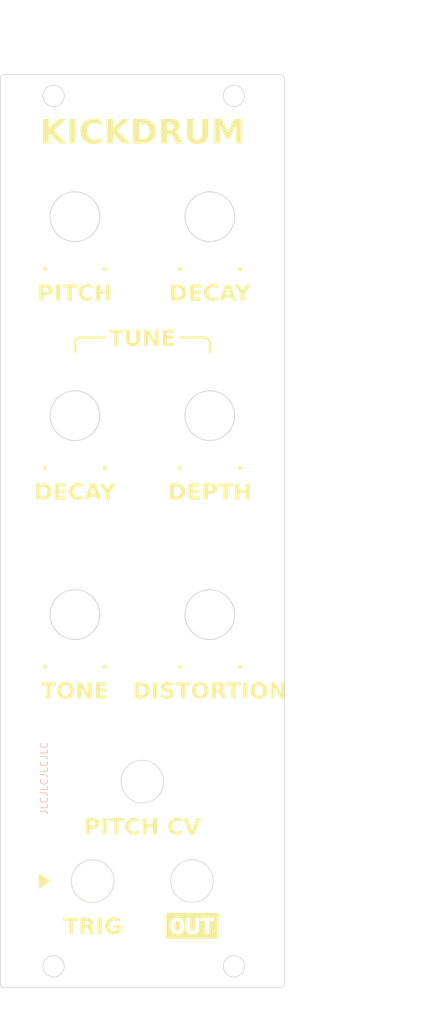
<source format=kicad_pcb>
(kicad_pcb (version 20240108) (generator "pcbnew") (generator_version "8.0")
  (layers (0 "F.Cu" signal) (31 "B.Cu" signal) (34 "B.Paste" user) (35 "F.Paste" user) (36 "B.SilkS" user "B.Silkscreen") (37 "F.SilkS" user "F.Silkscreen") (38 "B.Mask" user) (39 "F.Mask" user) (44 "Edge.Cuts" user))
  (net 0 "")
  (footprint "TimsLib:Frontpanel_AudioJack" (layer "F.Cu") (at 118 145)
    (property "Reference" "REF**" (hide yes))
    (property "Value" "Frontpanel_AudioJack" (hide yes))
    (fp_circle (center 0 0) (end 3 0) (stroke (width 0.1)) (fill none) (layer "Edge.Cuts"))
  )
  (footprint "TimsLib:Frontpanel_AudioJack" (layer "F.Cu") (at 104 145)
    (property "Reference" "REF**" (hide yes))
    (property "Value" "Frontpanel_AudioJack" (hide yes))
    (fp_circle (center 0 0) (end 3 0) (stroke (width 0.1)) (fill none) (layer "Edge.Cuts"))
    (fp_text user "TRIG" (at 0 6.5 0) (layer "F.SilkS") (effects (font (size 2.25 2.25) (thickness 0.2) (bold yes))))
  )
  (footprint "TimsLib:Frontpanel_Potentiometer_Knob" (layer "F.Cu") (at 120.5 79.5)
    (property "Reference" "REF**" (hide yes))
    (property "Value" "Frontpanel_Potentiometer_Knob" (hide yes))
    (fp_circle (center 0 0) (end 3.5 0) (stroke (width 0.12)) (fill none) (layer "Edge.Cuts"))
    (fp_text user "DEPTH" (at 0 10.886518 0) (layer "F.SilkS") (effects (font (size 2.25 2.25) (thickness 0.2) (bold yes))))
  )
  (footprint "TimsLib:Frontpanel_Potentiometer_Knob" (layer "F.Cu") (at 101.5 107.5)
    (property "Reference" "REF**" (hide yes))
    (property "Value" "Frontpanel_Potentiometer_Knob" (hide yes))
    (fp_circle (center 0 0) (end 3.5 0) (stroke (width 0.12)) (fill none) (layer "Edge.Cuts"))
    (fp_text user "TONE" (at 0 10.886518 0) (layer "F.SilkS") (effects (font (size 2.25 2.25) (thickness 0.2) (bold yes))))
  )
  (footprint "TimsLib:Frontpanel_Potentiometer_Knob" (layer "F.Cu") (at 120.5 51.5)
    (property "Reference" "REF**" (hide yes))
    (property "Value" "Frontpanel_Potentiometer_Knob" (hide yes))
    (fp_circle (center 0 0) (end 3.5 0) (stroke (width 0.12)) (fill none) (layer "Edge.Cuts"))
    (fp_text user "DECAY" (at 0 10.886518 0) (layer "F.SilkS") (effects (font (size 2.25 2.25) (thickness 0.2) (bold yes))))
  )
  (footprint "TimsLib:Frontpanel_Potentiometer_Knob" (layer "F.Cu") (at 101.5 79.5)
    (property "Reference" "REF**" (hide yes))
    (property "Value" "Frontpanel_Potentiometer_Knob" (hide yes))
    (fp_circle (center 0 0) (end 3.5 0) (stroke (width 0.12)) (fill none) (layer "Edge.Cuts"))
    (fp_text user "DECAY" (at 0 10.886518 0) (layer "F.SilkS") (effects (font (size 2.25 2.25) (thickness 0.2) (bold yes))))
  )
  (footprint "TimsLib:Frontpanel_Potentiometer_Knob" (layer "F.Cu") (at 101.5 51.5)
    (property "Reference" "REF**" (hide yes))
    (property "Value" "Frontpanel_Potentiometer_Knob" (hide yes))
    (fp_circle (center 0 0) (end 3.5 0) (stroke (width 0.12)) (fill none) (layer "Edge.Cuts"))
    (fp_text user "PITCH" (at 0 10.886518 0) (layer "F.SilkS") (effects (font (size 2.25 2.25) (thickness 0.2) (bold yes))))
  )
  (footprint "TimsLib:Frontpanel_Potentiometer_Knob" (layer "F.Cu") (at 120.5 107.5)
    (property "Reference" "REF**" (hide yes))
    (property "Value" "Frontpanel_Potentiometer_Knob" (hide yes))
    (fp_circle (center 0 0) (end 3.5 0) (stroke (width 0.12)) (fill none) (layer "Edge.Cuts"))
    (fp_text user "DISTORTION" (at 0 10.886518 0) (layer "F.SilkS") (effects (font (size 2.25 2.25) (thickness 0.2) (bold yes))))
  )
  (footprint "kibuzzard-66B93520" (layer "F.Cu") (at 118 151.306254)
    (property "Reference" "kibuzzard-66B93520" (hide yes))
    (property "Value" "G***" (hide yes))
    (fp_poly (pts (xy -1.647186 -0.048059) (xy -1.659675 -0.254334) (xy -1.69714 -0.424608) (xy -1.759583 -0.558881) (xy -1.896202 -0.689687) (xy -2.081268 -0.733289) (xy -2.261781 -0.694919) (xy -2.39404 -0.57981) (xy -2.478046 -0.387961) (xy -2.5138 -0.119373) (xy -2.51535 0.046509) (xy -2.50312 0.250631) (xy -2.46643 0.420646) (xy -2.40528 0.556555) (xy -2.268466 0.690268) (xy -2.078168 0.734839) (xy -1.895621 0.691043) (xy -1.760358 0.559656) (xy -1.698174 0.425814) (xy -1.66045 0.257865) (xy -1.647186 0.055811) (xy -1.647186 -0.048059)) (fill solid) (layer "F.SilkS"))
    (fp_poly (pts (xy -3.068805 -1.821077) (xy -3.730263 -1.821077) (xy -3.730263 1.821077) (xy -3.068805 1.821077) (xy -2.078168 1.821077) (xy -2.078168 1.159619) (xy -2.263169 1.144891) (xy -2.433702 1.100708) (xy -2.589764 1.027069) (xy -2.727654 0.926042) (xy -2.843668 0.799693) (xy -2.937805 0.648022) (xy -3.007827 0.475595) (xy -3.051493 0.286976) (xy -3.068805 0.082166) (xy -3.068805 -0.044958) (xy -3.055283 -0.257435) (xy -3.014717 -0.452513) (xy -2.947107 -0.630194) (xy -2.854262 -0.786343) (xy -2.73799 -0.916826) (xy -2.598291 -1.021643) (xy -2.439903 -1.098296) (xy -2.267562 -1.144288) (xy -2.081268 -1.159619) (xy -1.896956 -1.144461) (xy -1.726423 -1.098985) (xy -1.569672 -1.023193) (xy -1.43092 -0.91941) (xy -1.31439 -0.78996) (xy -1.220081 -0.634845) (xy -1.150576 -0.458714) (xy -1.108459 -0.26622) (xy -1.093732 -0.057361) (xy -1.093732 0.046509) (xy -1.10734 0.25821) (xy -1.148164 0.45303) (xy -1.216205 0.630969) (xy -1.309309 0.787463) (xy -1.425322 0.917946) (xy -1.564246 1.022418) (xy -1.7216 1.098641) (xy -1.892908 1.144375) (xy -2.078168 1.159619) (xy -2.078168 1.821077) (xy 0.070538 1.821077) (xy 0.070538 1.159619) (xy -0.184916 1.135848) (xy -0.40144 1.064535) (xy -0.579034 0.945679) (xy -0.711326 0.785482) (xy -0.791941 0.590145) (xy -0.82088 0.359668) (xy -0.82088 -1.128613) (xy -0.273627 -1.128613) (xy -0.273627 0.37052) (xy -0.231252 0.576364) (xy -0.11653 0.699871) (xy 0.070538 0.74104) (xy 0.218979 0.717786) (xy 0.326337 0.648022) (xy 0.391449 0.525937) (xy 0.413153 0.345715) (xy 0.413153 -1.128613) (xy 0.957306 -1.128613) (xy 0.957306 0.348816) (xy 0.930563 0.583104) (xy 0.850336 0.783673) (xy 0.720111 0.945485) (xy 0.543378 1.063501) (xy 0.325174 1.13559) (xy 0.070538 1.159619) (xy 0.070538 1.821077) (xy 2.391327 1.821077) (xy 2.391327 1.128613) (xy 1.847174 1.128613) (xy 1.847174 -0.708484) (xy 1.182098 -0.708484) (xy 1.182098 -1.128613) (xy 3.068805 -1.128613) (xy 3.068805 -0.708484) (xy 2.391327 -0.708484) (xy 2.391327 1.128613) (xy 2.391327 1.821077) (xy 3.068805 1.821077) (xy 3.730263 1.821077) (xy 3.730263 -1.821077) (xy 3.068805 -1.821077) (xy -3.068805 -1.821077)) (fill solid) (layer "F.SilkS"))
  )
  (footprint "TimsLib:Frontpanel_AudioJack" (layer "F.Cu") (at 111 131)
    (property "Reference" "REF**" (hide yes))
    (property "Value" "Frontpanel_AudioJack" (hide yes))
    (fp_circle (center 0 0) (end 3 0) (stroke (width 0.1)) (fill none) (layer "Edge.Cuts"))
    (fp_text user "PITCH CV" (at 0 6.5 0) (layer "F.SilkS") (effects (font (size 2.25 2.25) (thickness 0.2) (bold yes))))
  )
  (footprint "clipboard:97852f8b-bc34-4d0a-8700-019781c18e1d" (layer "F.Cu") (at 111 95)
    (property "Reference" "" (at 0 0 0) (layer "F.SilkS") (effects (font (size 1.27 1.27))))
    (property "Value" "")
    (fp_text user "TUNE" (at 0 -26.25 0) (layer "F.SilkS") (effects (font (size 2.25 2.25) (thickness 0.2) (bold yes))))
  )
  (gr_arc (start 119.75 68.5) (mid 120.28033 68.71967) (end 120.5 69.25) (stroke (width 0.35)) (layer "F.SilkS"))
  (gr_circle (center 105.75 86.861216) (end 106.05 86.861216) (fill solid) (layer "F.SilkS"))
  (gr_line (start 102.25 68.5) (end 105.75 68.5) (stroke (width 0.35)) (layer "F.SilkS"))
  (gr_circle (center 97.250001 86.861216) (end 97.550001 86.861216) (fill solid) (layer "F.SilkS"))
  (gr_circle (center 97.250001 58.861216) (end 97.550001 58.861216) (fill solid) (layer "F.SilkS"))
  (gr_arc (start 101.5 69.25) (mid 101.71967 68.71967) (end 102.25 68.5) (stroke (width 0.35)) (layer "F.SilkS"))
  (gr_circle (center 97.250001 114.861216) (end 97.550001 114.861216) (fill solid) (layer "F.SilkS"))
  (gr_circle (center 124.75 58.861216) (end 125.05 58.861216) (fill solid) (layer "F.SilkS"))
  (gr_poly (pts (xy 98 145) (xy 96.5 146) (xy 96.5 144)) (stroke (width 0.15)) (fill solid) (layer "F.SilkS"))
  (gr_line (start 101.5 69.25) (end 101.5 70.5) (stroke (width 0.35)) (layer "F.SilkS"))
  (gr_circle (center 124.75 86.861216) (end 125.05 86.861216) (fill solid) (layer "F.SilkS"))
  (gr_circle (center 116.250001 86.861216) (end 116.550001 86.861216) (fill solid) (layer "F.SilkS"))
  (gr_line (start 120.5 69.25) (end 120.5 70.5) (stroke (width 0.35)) (layer "F.SilkS"))
  (gr_line (start 116.25 68.5) (end 119.75 68.5) (stroke (width 0.35)) (layer "F.SilkS"))
  (gr_circle (center 116.250001 114.861216) (end 116.550001 114.861216) (fill solid) (layer "F.SilkS"))
  (gr_circle (center 105.75 114.861216) (end 106.05 114.861216) (fill solid) (layer "F.SilkS"))
  (gr_circle (center 116.250001 58.861216) (end 116.550001 58.861216) (fill solid) (layer "F.SilkS"))
  (gr_circle (center 124.75 114.861216) (end 125.05 114.861216) (fill solid) (layer "F.SilkS"))
  (gr_circle (center 105.75 58.861216) (end 106.05 58.861216) (fill solid) (layer "F.SilkS"))
  (gr_line (start 131 32) (end 131.000001 159.5) (stroke (width 0.1)) (layer "Edge.Cuts"))
  (gr_line (start 91.500001 159.999998) (end 130.500001 159.999998) (stroke (width 0.1)) (layer "Edge.Cuts"))
  (gr_line (start 91 32) (end 91.000001 159.5) (stroke (width 0.1)) (layer "Edge.Cuts"))
  (gr_arc (start 131 159.5) (mid 130.853553 159.853553) (end 130.5 160) (stroke (width 0.1)) (layer "Edge.Cuts"))
  (gr_circle (center 123.9 34.5) (end 125.4 34.5) (stroke (width 0.1)) (fill none) (layer "Edge.Cuts"))
  (gr_circle (center 98.5 34.5) (end 100 34.5) (stroke (width 0.1)) (fill none) (layer "Edge.Cuts"))
  (gr_circle (center 123.9 157) (end 125.4 157) (stroke (width 0.1)) (fill none) (layer "Edge.Cuts"))
  (gr_arc (start 130.5 31.5) (mid 130.853553 31.646447) (end 131 32) (stroke (width 0.1)) (layer "Edge.Cuts"))
  (gr_circle (center 98.5 157) (end 100 157) (stroke (width 0.1)) (fill none) (layer "Edge.Cuts"))
  (gr_arc (start 91.500001 159.999998) (mid 91.146448 159.853551) (end 91.000001 159.499998) (stroke (width 0.1)) (layer "Edge.Cuts"))
  (gr_line (start 130.5 31.5) (end 91.5 31.5) (stroke (width 0.1)) (layer "Edge.Cuts"))
  (gr_arc (start 91 32) (mid 91.146447 31.646447) (end 91.5 31.5) (stroke (width 0.1)) (layer "Edge.Cuts"))
  (gr_text "JLCJLCJLCJLC" (at 97.75 135.75 90) (layer "B.SilkS") (effects (font (size 1 1) (thickness 0.1)) (justify left bottom)))
  (gr_text "KICKDRUM" (at 111 39.797811 0) (layer "F.SilkS") (effects (font (size 3.4 3.4) (thickness 0.2) (bold yes))))
)
</source>
